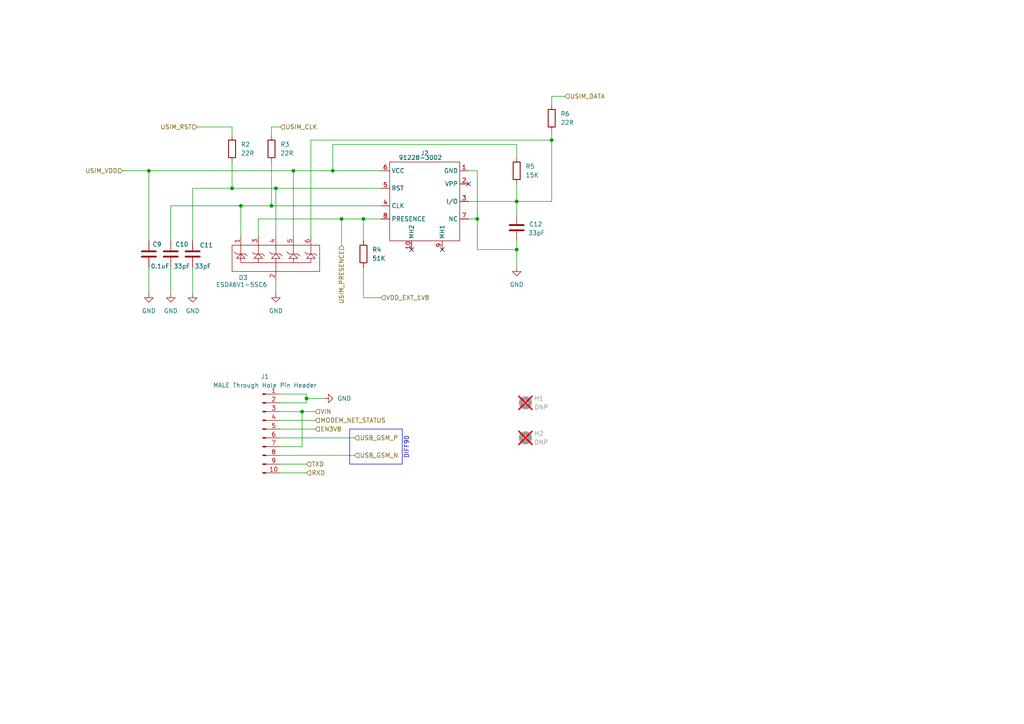
<source format=kicad_sch>
(kicad_sch (version 20231120) (generator "eeschema") (generator_version "7.99")
  (paper "A4")
  (lib_symbols
    (symbol "Connector:Conn_01x10_Pin" (pin_names (offset 1.016) hide)
      (property "Reference" "J" (at 0 12.7 0))
      (property "Value" "Conn_01x10_Pin" (at 0 -15.24 0))
      (symbol "Conn_01x10_Pin_1_1"
        (polyline (pts (xy 1.27 -12.7) (xy 0.8636 -12.7)) (stroke (width 0.1524)))
        (polyline (pts (xy 1.27 -10.16) (xy 0.8636 -10.16)) (stroke (width 0.1524)))
        (polyline (pts (xy 1.27 -7.62) (xy 0.8636 -7.62)) (stroke (width 0.1524)))
        (polyline (pts (xy 1.27 -5.08) (xy 0.8636 -5.08)) (stroke (width 0.1524)))
        (polyline (pts (xy 1.27 -2.54) (xy 0.8636 -2.54)) (stroke (width 0.1524)))
        (polyline (pts (xy 1.27 0) (xy 0.8636 0)) (stroke (width 0.1524)))
        (polyline (pts (xy 1.27 2.54) (xy 0.8636 2.54)) (stroke (width 0.1524)))
        (polyline (pts (xy 1.27 5.08) (xy 0.8636 5.08)) (stroke (width 0.1524)))
        (polyline (pts (xy 1.27 7.62) (xy 0.8636 7.62)) (stroke (width 0.1524)))
        (polyline (pts (xy 1.27 10.16) (xy 0.8636 10.16)) (stroke (width 0.1524)))
        (rectangle (start 0.8636 -12.573) (end 0 -12.827) (stroke (width 0.1524)) (fill (type outline)))
        (rectangle (start 0.8636 -10.033) (end 0 -10.287) (stroke (width 0.1524)) (fill (type outline)))
        (rectangle (start 0.8636 -7.493) (end 0 -7.747) (stroke (width 0.1524)) (fill (type outline)))
        (rectangle (start 0.8636 -4.953) (end 0 -5.207) (stroke (width 0.1524)) (fill (type outline)))
        (rectangle (start 0.8636 -2.413) (end 0 -2.667) (stroke (width 0.1524)) (fill (type outline)))
        (rectangle (start 0.8636 0.127) (end 0 -0.127) (stroke (width 0.1524)) (fill (type outline)))
        (rectangle (start 0.8636 2.667) (end 0 2.413) (stroke (width 0.1524)) (fill (type outline)))
        (rectangle (start 0.8636 5.207) (end 0 4.953) (stroke (width 0.1524)) (fill (type outline)))
        (rectangle (start 0.8636 7.747) (end 0 7.493) (stroke (width 0.1524)) (fill (type outline)))
        (rectangle (start 0.8636 10.287) (end 0 10.033) (stroke (width 0.1524)) (fill (type outline)))
        (pin passive line (at 5.08 10.16 180) (length 3.81) (name "Pin_1") (number "1"))
        (pin passive line (at 5.08 -12.7 180) (length 3.81) (name "Pin_10") (number "10"))
        (pin passive line (at 5.08 7.62 180) (length 3.81) (name "Pin_2") (number "2"))
        (pin passive line (at 5.08 5.08 180) (length 3.81) (name "Pin_3") (number "3"))
        (pin passive line (at 5.08 2.54 180) (length 3.81) (name "Pin_4") (number "4"))
        (pin passive line (at 5.08 0 180) (length 3.81) (name "Pin_5") (number "5"))
        (pin passive line (at 5.08 -2.54 180) (length 3.81) (name "Pin_6") (number "6"))
        (pin passive line (at 5.08 -5.08 180) (length 3.81) (name "Pin_7") (number "7"))
        (pin passive line (at 5.08 -7.62 180) (length 3.81) (name "Pin_8") (number "8"))
        (pin passive line (at 5.08 -10.16 180) (length 3.81) (name "Pin_9") (number "9"))
      )
    )
    (symbol "Device:C" (pin_numbers hide) (pin_names (offset 0.254))
      (property "Reference" "C" (at 0.635 2.54 0))
      (property "Value" "C" (at 0.635 -2.54 0))
      (symbol "C_0_1"
        (polyline (pts (xy -2.032 -0.762) (xy 2.032 -0.762)) (stroke (width 0.508)))
        (polyline (pts (xy -2.032 0.762) (xy 2.032 0.762)) (stroke (width 0.508)))
      )
      (symbol "C_1_1"
        (pin passive line (at 0 3.81 270) (length 2.794) (name "~") (number "1"))
        (pin passive line (at 0 -3.81 90) (length 2.794) (name "~") (number "2"))
      )
    )
    (symbol "Device:R" (pin_numbers hide) (pin_names (offset 0))
      (property "Reference" "R" (at 2.032 0 90))
      (property "Value" "R" (at 0 0 90))
      (symbol "R_0_1"
        (rectangle (start -1.016 -2.54) (end 1.016 2.54) (stroke (width 0.254)))
      )
      (symbol "R_1_1"
        (pin passive line (at 0 3.81 270) (length 1.27) (name "~") (number "1"))
        (pin passive line (at 0 -3.81 90) (length 1.27) (name "~") (number "2"))
      )
    )
    (symbol "Mechanical:MountingHole" (pin_names (offset 1.016))
      (property "Reference" "H" (at 0 5.08 0))
      (property "Value" "MountingHole" (at 0 3.175 0))
      (symbol "MountingHole_0_1"
        (circle (center 0 0) (radius 1.27) (stroke (width 1.27)))
      )
    )
    (symbol "Symbol:91228-3002"
      (property "Reference" "J" (at 0 0 0))
      (symbol "91228-3002_0_1"
        (rectangle (start -8.89 -1.27) (end 11.43 -24.13))
      )
      (symbol "91228-3002_1_1"
        (pin input line (at 13.97 -3.81 180) (length 2.54) (name "GND") (number "1"))
        (pin input line (at -2.54 -26.67 90) (length 2.54) (name "MH2") (number "10"))
        (pin input line (at 13.97 -7.62 180) (length 2.54) (name "VPP") (number "2"))
        (pin input line (at 13.97 -12.7 180) (length 2.54) (name "I/O") (number "3"))
        (pin input line (at -11.43 -13.97 0) (length 2.54) (name "CLK") (number "4"))
        (pin input line (at -11.43 -8.89 0) (length 2.54) (name "RST") (number "5"))
        (pin input line (at -11.43 -3.81 0) (length 2.54) (name "VCC") (number "6"))
        (pin input line (at 13.97 -17.78 180) (length 2.54) (name "NC") (number "7"))
        (pin input line (at -11.43 -17.78 0) (length 2.54) (name "PRESENCE") (number "8"))
        (pin input line (at 6.35 -26.67 90) (length 2.54) (name "MH1") (number "9"))
      )
    )
    (symbol "Symbol:ESDA6V1-5SC6"
      (property "Reference" "D" (at -13.462 0 0))
      (symbol "ESDA6V1-5SC6_0_1"
        (rectangle (start -12.7 -1.27) (end 12.7 -8.89))
        (polyline (pts (xy -11.43 -3.81) (xy -12.1452 -3.2601)))
        (polyline (pts (xy -10.16 -5.08) (xy -10.16 -1.27)))
        (polyline (pts (xy -5.08 -3.81) (xy -5.08 -1.27)))
        (polyline (pts (xy -1.27 -3.81) (xy -1.8681 -3.2081)))
        (polyline (pts (xy 0 -7.62) (xy 0 -8.89)))
        (polyline (pts (xy 0 -3.81) (xy 0 -1.27)))
        (polyline (pts (xy 1.27 -3.81) (xy 1.8936 -4.4369)))
        (polyline (pts (xy 3.81 -3.81) (xy 3.1963 -3.1969)))
        (polyline (pts (xy 5.08 -1.27) (xy 5.08 -3.81)))
        (polyline (pts (xy 6.35 -3.81) (xy 6.9747 -4.4341)))
        (polyline (pts (xy 8.89 -3.81) (xy 8.3884 -3.3047)))
        (polyline (pts (xy 10.16 -3.81) (xy 8.89 -3.81)))
        (polyline (pts (xy 10.16 -3.81) (xy 10.16 -1.27)))
        (polyline (pts (xy 10.16 -3.81) (xy 11.43 -3.81)))
        (polyline (pts (xy 11.43 -3.81) (xy 11.8956 -4.2806)))
        (polyline (pts (xy -5.08 -3.81) (xy -3.81 -3.81) (xy -3.2724 -4.4118)))
        (polyline (pts (xy 0 -6.35) (xy 5.08 -6.35) (xy 5.08 -5.08)))
        (polyline (pts (xy 0 -3.81) (xy -1.27 -3.81) (xy 1.27 -3.81)))
        (polyline (pts (xy 3.81 -5.08) (xy 5.08 -5.08) (xy 6.35 -5.08)))
        (polyline (pts (xy 5.08 -6.35) (xy 10.16 -6.35) (xy 10.16 -5.08)))
        (polyline (pts (xy 5.08 -3.81) (xy 3.81 -3.81) (xy 6.35 -3.81)))
        (polyline (pts (xy 10.16 -5.08) (xy 8.89 -5.08) (xy 11.43 -5.08)))
        (polyline (pts (xy 11.43 -5.08) (xy 10.16 -3.81) (xy 8.89 -5.08)))
        (polyline (pts (xy 5.08 -3.81) (xy 3.81 -5.08) (xy 5.08 -3.81) (xy 6.35 -5.08) (xy 5.08 -3.81)))
        (polyline (pts (xy 0 -6.35) (xy 0 -5.08) (xy -1.27 -5.08) (xy 1.27 -5.08) (xy 0 -3.81) (xy -1.27 -5.08) (xy 0 -3.81)))
        (polyline (pts (xy -5.08 -6.35) (xy -5.08 -5.08) (xy -6.35 -5.08) (xy -3.81 -5.08) (xy -5.08 -3.81) (xy -6.35 -5.08) (xy -5.08 -3.81) (xy -6.35 -3.81) (xy -6.7834 -3.3585)))
        (polyline (pts (xy 0 -7.62) (xy 0 -6.35) (xy -10.16 -6.35) (xy -10.16 -5.08) (xy -11.43 -5.08) (xy -8.89 -5.08) (xy -10.16 -3.81) (xy -11.43 -5.08) (xy -10.16 -3.81) (xy -11.43 -3.81) (xy -8.89 -3.81) (xy -8.3566 -4.3562) (xy -8.3481 -4.3747)))
      )
      (symbol "ESDA6V1-5SC6_1_1"
        (pin input line (at -10.16 1.27 270) (length 2.54) (name "") (number "1"))
        (pin input line (at 0 -11.43 90) (length 2.54) (name "") (number "2"))
        (pin input line (at -5.08 1.27 270) (length 2.54) (name "") (number "3"))
        (pin input line (at 0 1.27 270) (length 2.54) (name "") (number "4"))
        (pin input line (at 5.08 1.27 270) (length 2.54) (name "") (number "5"))
        (pin input line (at 10.16 1.27 270) (length 2.54) (name "") (number "6"))
      )
    )
    (symbol "power:GND" (power) (pin_names (offset 0))
      (property "Value" "GND" (at 0 -3.81 0))
      (symbol "GND_0_1"
        (polyline (pts (xy 0 0) (xy 0 -1.27) (xy 1.27 -1.27) (xy 0 -2.54) (xy -1.27 -1.27) (xy 0 -1.27)))
      )
      (symbol "GND_1_1"
        (pin power_in line (at 0 0 270) (length 0) hide (name "GND") (number "1"))
      )
    )
  )
  (junction (at 78.74 59.69))
  (junction (at 160.02 40.64))
  (junction (at 149.86 72.39))
  (junction (at 88.9 115.57))
  (junction (at 85.09 49.53))
  (junction (at 149.86 58.42))
  (junction (at 105.41 63.5))
  (junction (at 138.43 63.5))
  (junction (at 69.85 59.69))
  (junction (at 99.06 63.5))
  (junction (at 43.18 49.53))
  (junction (at 87.63 119.38))
  (junction (at 80.01 54.61))
  (junction (at 67.31 54.61))
  (junction (at 96.52 49.53))
  (no_connect (at 119.38 72.39))
  (no_connect (at 128.27 72.39))
  (no_connect (at 135.89 53.34))
  (wire (pts (xy 149.86 72.39) (xy 138.43 72.39)))
  (wire (pts (xy 57.15 36.83) (xy 67.31 36.83)))
  (wire (pts (xy 81.28 119.38) (xy 87.63 119.38)))
  (wire (pts (xy 87.63 119.38) (xy 91.44 119.38)))
  (wire (pts (xy 85.09 49.53) (xy 85.09 68.58)))
  (wire (pts (xy 87.63 129.54) (xy 87.63 119.38)))
  (wire (pts (xy 135.89 58.42) (xy 149.86 58.42)))
  (wire (pts (xy 88.9 116.84) (xy 88.9 115.57)))
  (wire (pts (xy 67.31 46.99) (xy 67.31 54.61)))
  (wire (pts (xy 80.01 54.61) (xy 110.49 54.61)))
  (wire (pts (xy 78.74 46.99) (xy 78.74 59.69)))
  (wire (pts (xy 149.86 58.42) (xy 149.86 53.34)))
  (wire (pts (xy 149.86 45.72) (xy 149.86 41.91)))
  (wire (pts (xy 81.28 124.46) (xy 91.44 124.46)))
  (wire (pts (xy 96.52 49.53) (xy 110.49 49.53)))
  (wire (pts (xy 49.53 59.69) (xy 69.85 59.69)))
  (wire (pts (xy 138.43 63.5) (xy 135.89 63.5)))
  (wire (pts (xy 81.28 132.08) (xy 102.87 132.08)))
  (wire (pts (xy 160.02 40.64) (xy 160.02 58.42)))
  (wire (pts (xy 80.01 81.28) (xy 80.01 85.09)))
  (wire (pts (xy 81.28 114.3) (xy 88.9 114.3)))
  (wire (pts (xy 135.89 49.53) (xy 138.43 49.53)))
  (wire (pts (xy 80.01 54.61) (xy 80.01 68.58)))
  (wire (pts (xy 43.18 49.53) (xy 85.09 49.53)))
  (wire (pts (xy 99.06 63.5) (xy 99.06 71.12)))
  (wire (pts (xy 69.85 59.69) (xy 78.74 59.69)))
  (wire (pts (xy 55.88 54.61) (xy 67.31 54.61)))
  (wire (pts (xy 81.28 36.83) (xy 78.74 36.83)))
  (wire (pts (xy 81.28 121.92) (xy 91.44 121.92)))
  (wire (pts (xy 149.86 69.85) (xy 149.86 72.39)))
  (wire (pts (xy 110.49 86.36) (xy 105.41 86.36)))
  (wire (pts (xy 99.06 63.5) (xy 105.41 63.5)))
  (wire (pts (xy 67.31 36.83) (xy 67.31 39.37)))
  (wire (pts (xy 55.88 69.85) (xy 55.88 54.61)))
  (wire (pts (xy 78.74 36.83) (xy 78.74 39.37)))
  (wire (pts (xy 74.93 68.58) (xy 74.93 63.5)))
  (wire (pts (xy 105.41 77.47) (xy 105.41 86.36)))
  (wire (pts (xy 69.85 59.69) (xy 69.85 68.58)))
  (wire (pts (xy 78.74 59.69) (xy 110.49 59.69)))
  (wire (pts (xy 55.88 77.47) (xy 55.88 85.09)))
  (wire (pts (xy 90.17 68.58) (xy 90.17 40.64)))
  (wire (pts (xy 149.86 58.42) (xy 160.02 58.42)))
  (wire (pts (xy 43.18 49.53) (xy 43.18 69.85)))
  (wire (pts (xy 49.53 77.47) (xy 49.53 85.09)))
  (wire (pts (xy 85.09 49.53) (xy 96.52 49.53)))
  (wire (pts (xy 163.83 27.94) (xy 160.02 27.94)))
  (wire (pts (xy 96.52 41.91) (xy 96.52 49.53)))
  (wire (pts (xy 81.28 129.54) (xy 87.63 129.54)))
  (wire (pts (xy 88.9 115.57) (xy 93.98 115.57)))
  (wire (pts (xy 160.02 27.94) (xy 160.02 30.48)))
  (wire (pts (xy 138.43 72.39) (xy 138.43 63.5)))
  (wire (pts (xy 105.41 63.5) (xy 110.49 63.5)))
  (wire (pts (xy 49.53 69.85) (xy 49.53 59.69)))
  (wire (pts (xy 105.41 69.85) (xy 105.41 63.5)))
  (wire (pts (xy 81.28 116.84) (xy 88.9 116.84)))
  (wire (pts (xy 81.28 134.62) (xy 88.9 134.62)))
  (wire (pts (xy 149.86 72.39) (xy 149.86 77.47)))
  (wire (pts (xy 160.02 38.1) (xy 160.02 40.64)))
  (wire (pts (xy 81.28 127) (xy 102.87 127)))
  (wire (pts (xy 90.17 40.64) (xy 160.02 40.64)))
  (wire (pts (xy 67.31 54.61) (xy 80.01 54.61)))
  (wire (pts (xy 149.86 41.91) (xy 96.52 41.91)))
  (wire (pts (xy 74.93 63.5) (xy 99.06 63.5)))
  (wire (pts (xy 149.86 58.42) (xy 149.86 62.23)))
  (wire (pts (xy 88.9 114.3) (xy 88.9 115.57)))
  (wire (pts (xy 81.28 137.16) (xy 88.9 137.16)))
  (wire (pts (xy 35.56 49.53) (xy 43.18 49.53)))
  (wire (pts (xy 138.43 49.53) (xy 138.43 63.5)))
  (wire (pts (xy 43.18 77.47) (xy 43.18 85.09)))
  (rectangle (start 101.4271 124.4497) (end 116.6671 134.6097))
  (text "DIFF90\n" (at 117.9371 129.7837 90) (effects (font (size 1.27 1.27))))
  (hierarchical_label "VDD_EXT_1V8" (shape input) (at 110.49 86.36 0))
  (hierarchical_label "USIM_PRESENCE" (shape input) (at 99.06 71.12 270))
  (hierarchical_label "USIM_VDD" (shape input) (at 35.56 49.53 180))
  (hierarchical_label "MODEM_NET_STATUS" (shape input) (at 91.44 121.92 0))
  (hierarchical_label "USB_GSM_N" (shape input) (at 102.87 132.08 0))
  (hierarchical_label "USIM_CLK" (shape input) (at 81.28 36.83 0))
  (hierarchical_label "USIM_DATA" (shape input) (at 163.83 27.94 0))
  (hierarchical_label "VIN" (shape input) (at 91.44 119.38 0))
  (hierarchical_label "USB_GSM_P" (shape input) (at 102.87 127 0))
  (hierarchical_label "EN3V8" (shape input) (at 91.44 124.46 0))
  (hierarchical_label "RXD" (shape input) (at 88.9 137.16 0))
  (hierarchical_label "USIM_RST" (shape input) (at 57.15 36.83 180))
  (hierarchical_label "TXD" (shape input) (at 88.9 134.62 0))
  (symbol (lib_id "power:GND") (at 80.01 85.09 0) (unit 1)
    (property "Reference" "#PWR01" (effects (hide yes)))
    (property "Value" "GND" (at 80.01 90.17 0))
    (property "Description" "Power symbol creates a global label with name \"GND\" , ground" (effects (hide yes)))
  )
  (symbol (lib_id "Device:R") (at 149.86 49.53 0) (unit 1)
    (property "Reference" "R5" (at 152.4 48.2599 0) (effects (justify left)))
    (property "Value" "15K" (at 152.4 50.7999 0) (effects (justify left)))
    (property "Footprint" "Resistor_SMD:R_0603_1608Metric" (effects (hide yes)))
    (property "Description" "Resistor" (effects (hide yes)))
  )
  (symbol (lib_id "power:GND") (at 93.98 115.57 90) (unit 1)
    (property "Reference" "#PWR026" (effects (hide yes)))
    (property "Value" "GND" (at 97.79 115.5699 90) (effects (justify right)))
    (property "Description" "Power symbol creates a global label with name \"GND\" , ground" (effects (hide yes)))
  )
  (symbol (lib_id "Mechanical:MountingHole") (at 152.4 116.84 0) (unit 1) (dnp yes)
    (property "Reference" "H1" (at 154.94 115.5699 0) (effects (justify left)))
    (property "Value" "DNP" (at 154.94 118.1099 0) (effects (justify left)))
    (property "Footprint" "footprint:Screw_Terminal_1x1" (effects (hide yes)))
    (property "Description" "Mounting Hole without connection" (effects (hide yes)))
  )
  (symbol (lib_id "Device:R") (at 160.02 34.29 0) (unit 1)
    (property "Reference" "R6" (at 162.56 33.0199 0) (effects (justify left)))
    (property "Value" "22R" (at 162.56 35.5599 0) (effects (justify left)))
    (property "Footprint" "Resistor_SMD:R_0603_1608Metric" (effects (hide yes)))
    (property "Description" "Resistor" (effects (hide yes)))
  )
  (symbol (lib_id "power:GND") (at 55.88 85.09 0) (unit 1)
    (property "Reference" "#PWR02" (effects (hide yes)))
    (property "Value" "GND" (at 55.88 90.17 0))
    (property "Description" "Power symbol creates a global label with name \"GND\" , ground" (effects (hide yes)))
  )
  (symbol (lib_id "Device:C") (at 149.86 66.04 0) (unit 1)
    (property "Reference" "C12" (at 153.416 65.024 0) (effects (justify left)))
    (property "Value" "33pF" (at 153.162 67.564 0) (effects (justify left)))
    (property "Footprint" "Capacitor_SMD:C_0603_1608Metric" (effects (hide yes)))
    (property "Description" "Unpolarized capacitor" (effects (hide yes)))
  )
  (symbol (lib_id "Device:C") (at 49.53 73.66 0) (unit 1)
    (property "Reference" "C10" (at 50.8 70.866 0) (effects (justify left)))
    (property "Value" "33pF" (at 50.292 77.216 0) (effects (justify left)))
    (property "Footprint" "Capacitor_SMD:C_0603_1608Metric" (effects (hide yes)))
    (property "Description" "Unpolarized capacitor" (effects (hide yes)))
  )
  (symbol (lib_id "Device:R") (at 78.74 43.18 0) (unit 1)
    (property "Reference" "R3" (at 81.28 41.9099 0) (effects (justify left)))
    (property "Value" "22R" (at 81.28 44.4499 0) (effects (justify left)))
    (property "Footprint" "Resistor_SMD:R_0603_1608Metric" (effects (hide yes)))
    (property "Description" "Resistor" (effects (hide yes)))
  )
  (symbol (lib_id "Device:C") (at 55.88 73.66 0) (unit 1)
    (property "Reference" "C11" (at 57.912 71.12 0) (effects (justify left)))
    (property "Value" "33pF" (at 56.388 77.216 0) (effects (justify left)))
    (property "Footprint" "Capacitor_SMD:C_0603_1608Metric" (effects (hide yes)))
    (property "Description" "Unpolarized capacitor" (effects (hide yes)))
  )
  (symbol (lib_id "Symbol:91228-3002") (at 121.92 45.72 0) (unit 1)
    (property "Reference" "J2" (at 123.19 44.45 0))
    (property "Value" "91228-3002" (at 121.92 45.72 0))
    (property "Footprint" "KiCad:912283002" (effects (hide yes)))
    (property "Description" "6 Position Card Connector SIM Card Surface Mount, Right Angle Gold" (effects (hide yes)))
    (property "MPN" "91228-3002" (effects (hide yes)))
  )
  (symbol (lib_id "Device:R") (at 67.31 43.18 0) (unit 1)
    (property "Reference" "R2" (at 69.85 41.9099 0) (effects (justify left)))
    (property "Value" "22R" (at 69.85 44.4499 0) (effects (justify left)))
    (property "Footprint" "Resistor_SMD:R_0603_1608Metric" (effects (hide yes)))
    (property "Description" "Resistor" (effects (hide yes)))
  )
  (symbol (lib_id "Mechanical:MountingHole") (at 152.4 127 0) (unit 1) (dnp yes)
    (property "Reference" "H2" (at 154.94 125.7299 0) (effects (justify left)))
    (property "Value" "DNP" (at 154.94 128.2699 0) (effects (justify left)))
    (property "Footprint" "footprint:Screw_Terminal_1x1" (effects (hide yes)))
    (property "Description" "Mounting Hole without connection" (effects (hide yes)))
  )
  (symbol (lib_id "Device:R") (at 105.41 73.66 0) (unit 1)
    (property "Reference" "R4" (at 107.95 72.3899 0) (effects (justify left)))
    (property "Value" "51K" (at 107.95 74.9299 0) (effects (justify left)))
    (property "Footprint" "Resistor_SMD:R_0603_1608Metric" (effects (hide yes)))
    (property "Description" "Resistor" (effects (hide yes)))
  )
  (symbol (lib_id "Symbol:ESDA6V1-5SC6") (at 80.01 69.85 0) (unit 1)
    (property "Reference" "D3" (at 71.882 80.518 0) (effects (justify right)))
    (property "Value" "ESDA6V1-5SC6" (at 70.104 82.55 0))
    (property "Footprint" "Library:ESDA6V1-5SC6" (effects (hide yes)))
    (property "Datasheet" "https://datasheet.lcsc.com/lcsc/2205090916_TECH-PUBLIC-ESDA6V1-5SC6_C2827672.pdf" (effects (hide yes)))
    (property "Description" "SOT-23-6 Electrostatic and Surge Protection (TVS/ESD) ROHS" (effects (hide yes)))
    (property "MPN" "ESDA6V1-5SC6" (effects (hide yes)))
  )
  (symbol (lib_id "power:GND") (at 149.86 77.47 0) (unit 1)
    (property "Reference" "#PWR05" (effects (hide yes)))
    (property "Value" "GND" (at 149.86 82.55 0))
    (property "Description" "Power symbol creates a global label with name \"GND\" , ground" (effects (hide yes)))
  )
  (symbol (lib_id "power:GND") (at 43.18 85.09 0) (unit 1)
    (property "Reference" "#PWR04" (effects (hide yes)))
    (property "Value" "GND" (at 43.18 90.17 0))
    (property "Description" "Power symbol creates a global label with name \"GND\" , ground" (effects (hide yes)))
  )
  (symbol (lib_id "Connector:Conn_01x10_Pin") (at 76.2 124.46 0) (unit 1)
    (property "Reference" "J1" (at 76.835 109.22 0))
    (property "Value" "MALE Through Hole Pin Header" (at 76.835 111.76 0))
    (property "Footprint" "Connector_PinHeader_2.00mm:PinHeader_2x05_P2.00mm_Vertical" (effects (hide yes)))
    (property "Description" "Generic connector, single row, 01x10, script generated" (effects (hide yes)))
  )
  (symbol (lib_id "power:GND") (at 49.53 85.09 0) (unit 1)
    (property "Reference" "#PWR03" (effects (hide yes)))
    (property "Value" "GND" (at 49.53 90.17 0))
    (property "Description" "Power symbol creates a global label with name \"GND\" , ground" (effects (hide yes)))
  )
  (symbol (lib_id "Device:C") (at 43.18 73.66 0) (unit 1)
    (property "Reference" "C9" (at 44.196 70.866 0) (effects (justify left)))
    (property "Value" "0.1uF" (at 43.688 77.216 0) (effects (justify left)))
    (property "Footprint" "Capacitor_SMD:C_0603_1608Metric" (effects (hide yes)))
    (property "Description" "Unpolarized capacitor" (effects (hide yes)))
  )
)
</source>
